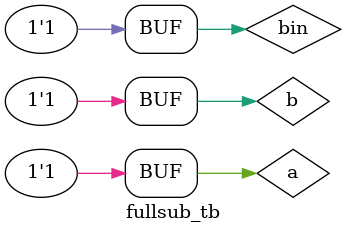
<source format=v>
module fullsub(a,b,bin,diff,borrow);
input a,b,bin;
output diff,borrow;
assign diff=(a^b)^bin;
assign borrow=(~a&b)|(bin & (a^(~b)));
endmodule

module fullsub_tb();
reg a,b,bin;
wire diff,borrow;
fullsub dut(a,b,bin,diff,borrow);
initial begin
a=1'b0;
b=1'b0;
bin=1'b0;
#10;
a=1'b0;
b=1'b0;
bin=1'b1;
#10;
a=1'b0;
b=1'b1;
bin=1'b0;
#10;
a=1'b0;
b=1'b1;
bin=1'b1;
#10;
a=1'b1;
b=1'b0;
bin=1'b0;
#10;
a=1'b1;
b=1'b0;
bin=1'b1;
#10;
a=1'b1;
b=1'b1;
bin=1'b0;
#10;
a=1'b1;
b=1'b1;
bin=1'b1;
#10;
end
//initial $monitor("a=%0b b=%0b diff=%0b borrow=%0b",a,b,diff,borrow);
endmodule


</source>
